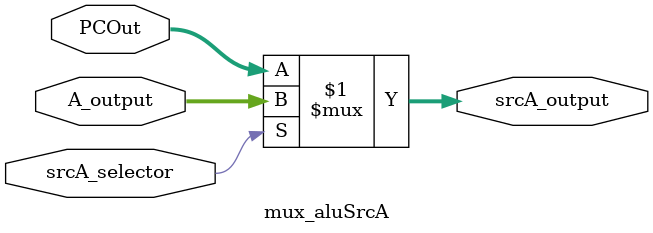
<source format=v>
module mux_aluSrcA(
    input wire srcA_selector,
    input wire [31:0] PCOut, // 0
    input wire [31:0] A_output, // 1
    output wire [31:0] srcA_output
);

    assign srcA_output = (srcA_selector) ? A_output : PCOut;

endmodule
</source>
